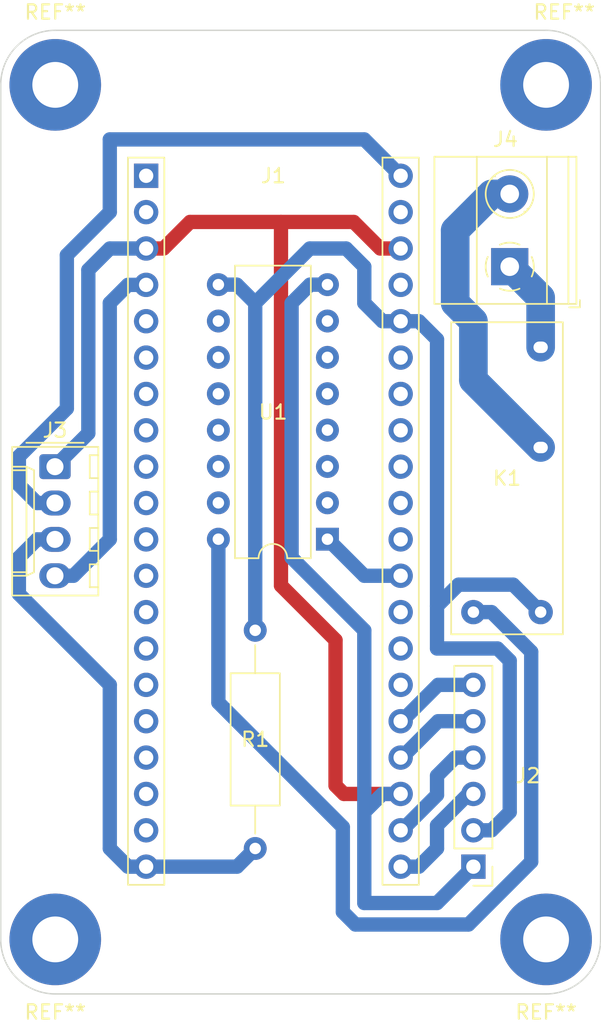
<source format=kicad_pcb>
(kicad_pcb (version 20211014) (generator pcbnew)
  (layers (0 "F.Cu" jumper) (31 "B.Cu" mixed) (37 "F.SilkS" user "F.Silkscreen") (44 "Edge.Cuts" user))
  (net 0 "")
  (net 3 "GND")
  (net 4 "/PWM")
  (net 19 "/TACH")
  (net 20 "/SDO")
  (net 21 "/CSB")
  (net 22 "/SCL")
  (net 23 "/SDA")
  (net 27 "/HEATER_EN")
  (net 34 "+3V3")
  (net 36 "VBUS")
  (net 38 "Net-(K1-Pad3)")
  (net 39 "Net-(K1-Pad1)")
  (net 53 "Net-(K1-Pad4)")
  (footprint "MountingHole:MountingHole_3.2mm_M3_Pad" (layer "F.Cu") (at 4.55 64.085923)
    (fp_text reference "REF**" (at 0 5.08) (layer "F.SilkS"))
    (fp_text value "MountingHole_3.2mm_M3_Pad")
    (pad "1" thru_hole circle (at 0 0) (size 6.4 6.4) (drill 3.2) (layers *.Cu *.Mask))
  )
  (footprint "RPi-Pico-Socket:RPi-Pico-Socket" (layer "F.Cu") (at 10.9 10.745923)
    (fp_text reference "J1" (at 8.89 0 unlocked) (layer "F.SilkS"))
    (fp_text value "RPi-Pico-Socket")
    (fp_rect (start 16.51 -1.27) (end 19.05 49.53) (layer "F.SilkS") (width 0.12) (fill none))
    (fp_rect (start -1.27 -1.27) (end 1.27 49.53) (layer "F.SilkS") (width 0.12) (fill none))
    (pad "1" thru_hole rect (at 0 0) (size 1.7 1.7) (drill 1) (layers *.Mask "F.Cu" "In1.Cu" "B.Cu"))
    (pad "2" thru_hole oval (at 0 2.54) (size 1.7 1.7) (drill 1) (layers *.Cu *.Mask))
    (pad "3" thru_hole oval (at 0 5.08) (size 1.7 1.7) (drill 1) (layers *.Mask "F.Cu" "In1.Cu" "B.Cu") (net 3 "GND"))
    (pad "4" thru_hole oval (at 0 7.62) (size 1.7 1.7) (drill 1) (layers *.Mask "F.Cu" "In1.Cu" "B.Cu") (net 4 "/PWM"))
    (pad "5" thru_hole oval (at 0 10.16) (size 1.7 1.7) (drill 1) (layers *.Mask "F.Cu" "In1.Cu" "B.Cu"))
    (pad "6" thru_hole oval (at 0 12.7) (size 1.7 1.7) (drill 1) (layers *.Mask "F.Cu" "In1.Cu" "B.Cu"))
    (pad "7" thru_hole oval (at 0 15.24) (size 1.7 1.7) (drill 1) (layers *.Mask "F.Cu" "In1.Cu" "B.Cu"))
    (pad "8" thru_hole oval (at 0 17.78) (size 1.7 1.7) (drill 1) (layers *.Mask "F.Cu" "In1.Cu" "B.Cu"))
    (pad "9" thru_hole oval (at 0 20.32) (size 1.7 1.7) (drill 1) (layers *.Mask "F.Cu" "In1.Cu" "B.Cu"))
    (pad "10" thru_hole oval (at 0 22.86) (size 1.7 1.7) (drill 1) (layers *.Mask "F.Cu" "In1.Cu" "B.Cu"))
    (pad "11" thru_hole oval (at 0 25.4) (size 1.7 1.7) (drill 1) (layers *.Mask "F.Cu" "In1.Cu" "B.Cu"))
    (pad "12" thru_hole oval (at 0 27.94) (size 1.7 1.7) (drill 1) (layers *.Mask "F.Cu" "In1.Cu" "B.Cu"))
    (pad "13" thru_hole oval (at 0 30.48) (size 1.7 1.7) (drill 1) (layers *.Mask "F.Cu" "In1.Cu" "B.Cu"))
    (pad "14" thru_hole oval (at 0 33.02) (size 1.7 1.7) (drill 1) (layers *.Mask "F.Cu" "In1.Cu" "B.Cu"))
    (pad "15" thru_hole oval (at 0 35.56) (size 1.7 1.7) (drill 1) (layers *.Mask "F.Cu" "In1.Cu" "B.Cu"))
    (pad "16" thru_hole oval (at 0 38.1) (size 1.7 1.7) (drill 1) (layers *.Mask "F.Cu" "In1.Cu" "B.Cu"))
    (pad "17" thru_hole oval (at 0 40.64) (size 1.7 1.7) (drill 1) (layers *.Mask "F.Cu" "In1.Cu" "B.Cu"))
    (pad "18" thru_hole oval (at 0 43.18) (size 1.7 1.7) (drill 1) (layers *.Mask "F.Cu" "In1.Cu" "B.Cu"))
    (pad "19" thru_hole oval (at 0 45.72) (size 1.7 1.7) (drill 1) (layers *.Mask "F.Cu" "In1.Cu" "B.Cu"))
    (pad "20" thru_hole oval (at 0 48.26) (size 1.7 1.7) (drill 1) (layers *.Mask "F.Cu" "In1.Cu" "B.Cu") (net 19 "/TACH"))
    (pad "21" thru_hole oval (at 17.78 48.26) (size 1.7 1.7) (drill 1) (layers *.Cu *.Mask) (net 20 "/SDO"))
    (pad "22" thru_hole oval (at 17.78 45.72) (size 1.7 1.7) (drill 1) (layers *.Cu *.Mask) (net 21 "/CSB"))
    (pad "23" thru_hole oval (at 17.78 43.18) (size 1.7 1.7) (drill 1) (layers *.Cu *.Mask) (net 3 "GND"))
    (pad "24" thru_hole oval (at 17.78 40.64) (size 1.7 1.7) (drill 1) (layers *.Cu *.Mask) (net 22 "/SCL"))
    (pad "25" thru_hole oval (at 17.78 38.1) (size 1.7 1.7) (drill 1) (layers *.Cu *.Mask) (net 23 "/SDA"))
    (pad "26" thru_hole oval (at 17.78 35.56) (size 1.7 1.7) (drill 1) (layers *.Cu *.Mask))
    (pad "27" thru_hole oval (at 17.78 33.02) (size 1.7 1.7) (drill 1) (layers *.Cu *.Mask))
    (pad "28" thru_hole oval (at 17.78 30.48) (size 1.7 1.7) (drill 1) (layers *.Cu *.Mask))
    (pad "29" thru_hole oval (at 17.78 27.94) (size 1.7 1.7) (drill 1) (layers *.Cu *.Mask) (net 27 "/HEATER_EN"))
    (pad "30" thru_hole oval (at 17.78 25.4) (size 1.7 1.7) (drill 1) (layers *.Cu *.Mask))
    (pad "31" thru_hole oval (at 17.78 22.86) (size 1.7 1.7) (drill 1) (layers *.Cu *.Mask))
    (pad "32" thru_hole oval (at 17.78 20.32) (size 1.7 1.7) (drill 1) (layers *.Cu *.Mask))
    (pad "33" thru_hole oval (at 17.78 17.78) (size 1.7 1.7) (drill 1) (layers *.Cu *.Mask))
    (pad "34" thru_hole oval (at 17.78 15.24) (size 1.7 1.7) (drill 1) (layers *.Cu *.Mask))
    (pad "35" thru_hole oval (at 17.78 12.7) (size 1.7 1.7) (drill 1) (layers *.Cu *.Mask))
    (pad "36" thru_hole oval (at 17.78 10.16) (size 1.7 1.7) (drill 1) (layers *.Cu *.Mask) (net 34 "+3V3"))
    (pad "37" thru_hole oval (at 17.78 7.62) (size 1.7 1.7) (drill 1) (layers *.Cu *.Mask))
    (pad "38" thru_hole oval (at 17.78 5.08) (size 1.7 1.7) (drill 1) (layers *.Cu *.Mask) (net 3 "GND"))
    (pad "39" thru_hole oval (at 17.78 2.54) (size 1.7 1.7) (drill 1) (layers *.Cu *.Mask))
    (pad "40" thru_hole circle (at 17.78 0) (size 1.7 1.7) (drill 1) (layers *.Cu *.Mask) (net 36 "VBUS"))
  )
  (footprint "Hongfa-HF46F:HF46F" (layer "F.Cu") (at 33.76 41.225923 90)
    (fp_text reference "K1" (at 9.35 2.35 unlocked) (layer "F.SilkS"))
    (fp_text value "HF46F_5-HS1")
    (fp_line (start -1.55 -1.55) (end 20.25 -1.55) (layer "F.SilkS") (width 0.12))
    (fp_line (start -1.55 6.25) (end 20.25 6.25) (layer "F.SilkS") (width 0.12))
    (fp_line (start 20.25 -1.55) (end 20.25 6.25) (layer "F.SilkS") (width 0.12))
    (fp_line (start -1.55 -1.55) (end -1.55 6.25) (layer "F.SilkS") (width 0.12))
    (pad "1" thru_hole circle (at 0 0 90) (size 1.7 1.7) (drill 0.8) (layers *.Cu *.Mask) (net 39 "Net-(K1-Pad1)"))
    (pad "2" thru_hole circle (at 0 4.7 90) (size 1.7 1.7) (drill 0.8) (layers *.Cu *.Mask) (net 34 "+3V3"))
    (pad "3" thru_hole circle (at 11.5 4.7 90) (size 1.8 1.8) (drill oval 0.8 1) (layers *.Cu *.Mask) (net 38 "Net-(K1-Pad3)"))
    (pad "4" thru_hole circle (at 18.5 4.7 90) (size 1.8 1.8) (drill oval 0.8 1) (layers *.Cu *.Mask) (net 53 "Net-(K1-Pad4)"))
  )
  (footprint "MountingHole:MountingHole_3.2mm_M3_Pad" (layer "F.Cu") (at 4.55 4.395923)
    (fp_text reference "REF**" (at 0 -5.08) (layer "F.SilkS"))
    (fp_text value "MountingHole_3.2mm_M3_Pad")
    (pad "1" thru_hole circle (at 0 0) (size 6.4 6.4) (drill 3.2) (layers *.Cu *.Mask))
  )
  (footprint "TerminalBlock_Phoenix:TerminalBlock_Phoenix_MKDS-1,5-2-5.08_1x02_P5.08mm_Horizontal" (layer "F.Cu") (at 36.300014 17.096021 90)
    (fp_text reference "J4" (at 8.890098 -0.3005 180) (layer "F.SilkS"))
    (fp_text value "Heater-Switch")
    (fp_line (start -2.6 -5.261) (end -2.6 4.66) (layer "F.SilkS") (width 0.12))
    (fp_line (start -2.6 4.66) (end 7.68 4.66) (layer "F.SilkS") (width 0.12))
    (fp_line (start -2.6 -2.301) (end 7.68 -2.301) (layer "F.SilkS") (width 0.12))
    (fp_line (start -2.6 -5.261) (end 7.68 -5.261) (layer "F.SilkS") (width 0.12))
    (fp_line (start -2.84 4.16) (end -2.84 4.9) (layer "F.SilkS") (width 0.12))
    (fp_line (start 4.046 1.239) (end 4.011 1.274) (layer "F.SilkS") (width 0.12))
    (fp_line (start 3.853 1.023) (end 3.806 1.069) (layer "F.SilkS") (width 0.12))
    (fp_line (start 6.15 -1.275) (end 6.115 -1.239) (layer "F.SilkS") (width 0.12))
    (fp_line (start -2.6 2.6) (end 7.68 2.6) (layer "F.SilkS") (width 0.12))
    (fp_line (start -2.84 4.9) (end -2.34 4.9) (layer "F.SilkS") (width 0.12))
    (fp_line (start -2.6 4.1) (end 7.68 4.1) (layer "F.SilkS") (width 0.12))
    (fp_line (start 6.355 -1.069) (end 6.308 -1.023) (layer "F.SilkS") (width 0.12))
    (fp_line (start 7.68 -5.261) (end 7.68 4.66) (layer "F.SilkS") (width 0.12))
    (fp_arc (start 1.535427 -0.683042) (mid 1.680501 0.000524) (end 1.535 0.684) (layer "F.SilkS") (width 0.12))
    (fp_arc (start 0.028805 1.680253) (mid -0.335551 1.646659) (end -0.684 1.535) (layer "F.SilkS") (width 0.12))
    (fp_arc (start -0.683042 -1.535427) (mid 0.000524 -1.680501) (end 0.684 -1.535) (layer "F.SilkS") (width 0.12))
    (fp_arc (start -1.535427 0.683042) (mid -1.680501 -0.000524) (end -1.535 -0.684) (layer "F.SilkS") (width 0.12))
    (fp_arc (start 0.683318 1.534756) (mid 0.349292 1.643288) (end 0 1.68) (layer "F.SilkS") (width 0.12))
    (fp_circle (center 5.08 0) (end 6.76 0) (layer "F.SilkS") (width 0.12) (fill none))
    (pad "1" thru_hole rect (at 0 0 90) (size 2.6 2.6) (drill 1.3) (layers *.Cu *.Mask) (net 53 "Net-(K1-Pad4)"))
    (pad "2" thru_hole circle (at 5.08 0 90) (size 2.6 2.6) (drill 1.3) (layers *.Cu *.Mask) (net 38 "Net-(K1-Pad3)"))
  )
  (footprint "Connector_Molex:Molex_KK-254_AE-6410-04A_1x04_P2.54mm_Vertical" (layer "F.Cu") (at 4.53 31.065923 -90)
    (fp_text reference "J3" (at -2.54 0 180) (layer "F.SilkS"))
    (fp_text value "PWM Fan Conn")
    (fp_line (start -0.8 -3.03) (end -0.8 -2.43) (layer "F.SilkS") (width 0.12))
    (fp_line (start 4.28 -2.43) (end 5.88 -2.43) (layer "F.SilkS") (width 0.12))
    (fp_line (start 0.8 -2.43) (end 0.8 -3.03) (layer "F.SilkS") (width 0.12))
    (fp_line (start -1.38 2.99) (end 9 2.99) (layer "F.SilkS") (width 0.12))
    (fp_line (start 9 2.99) (end 9 -3.03) (layer "F.SilkS") (width 0.12))
    (fp_line (start 7.37 1.46) (end 7.62 1.99) (layer "F.SilkS") (width 0.12))
    (fp_line (start 6.82 -2.43) (end 8.42 -2.43) (layer "F.SilkS") (width 0.12))
    (fp_line (start -0.8 -2.43) (end 0.8 -2.43) (layer "F.SilkS") (width 0.12))
    (fp_line (start 0.25 2.99) (end 0.25 1.99) (layer "F.SilkS") (width 0.12))
    (fp_line (start -1.38 -3.03) (end -1.38 2.99) (layer "F.SilkS") (width 0.12))
    (fp_line (start 7.37 2.99) (end 7.37 1.99) (layer "F.SilkS") (width 0.12))
    (fp_line (start 0 2.99) (end 0 1.99) (layer "F.SilkS") (width 0.12))
    (fp_line (start 1.74 -3.03) (end 1.74 -2.43) (layer "F.SilkS") (width 0.12))
    (fp_line (start 7.62 1.99) (end 7.62 2.99) (layer "F.SilkS") (width 0.12))
    (fp_line (start -1.67 -2) (end -1.67 2) (layer "F.SilkS") (width 0.12))
    (fp_line (start 1.74 -2.43) (end 3.34 -2.43) (layer "F.SilkS") (width 0.12))
    (fp_line (start 0 1.99) (end 0.25 1.46) (layer "F.SilkS") (width 0.12))
    (fp_line (start 0.25 1.46) (end 7.37 1.46) (layer "F.SilkS") (width 0.12))
    (fp_line (start 8.42 -2.43) (end 8.42 -3.03) (layer "F.SilkS") (width 0.12))
    (fp_line (start 0 1.99) (end 7.62 1.99) (layer "F.SilkS") (width 0.12))
    (fp_line (start 4.28 -3.03) (end 4.28 -2.43) (layer "F.SilkS") (width 0.12))
    (fp_line (start 9 -3.03) (end -1.38 -3.03) (layer "F.SilkS") (width 0.12))
    (fp_line (start 6.82 -3.03) (end 6.82 -2.43) (layer "F.SilkS") (width 0.12))
    (fp_line (start 5.88 -2.43) (end 5.88 -3.03) (layer "F.SilkS") (width 0.12))
    (fp_line (start 3.34 -2.43) (end 3.34 -3.03) (layer "F.SilkS") (width 0.12))
    (pad "1" thru_hole roundrect (at 0 0 270) (size 1.74 2.19) (drill 1.19) (layers *.Cu *.Mask) (roundrect_rratio 0.1436781609) (net 3 "GND"))
    (pad "2" thru_hole oval (at 2.54 0 270) (size 1.74 2.19) (drill 1.19) (layers *.Cu *.Mask) (net 36 "VBUS"))
    (pad "3" thru_hole oval (at 5.08 0 270) (size 1.74 2.19) (drill 1.19) (layers *.Cu *.Mask) (net 19 "/TACH"))
    (pad "4" thru_hole oval (at 7.62 0 270) (size 1.74 2.19) (drill 1.19) (layers *.Cu *.Mask) (net 4 "/PWM"))
  )
  (footprint "Connector_PinHeader_2.54mm:PinHeader_1x06_P2.54mm_Vertical" (layer "F.Cu") (at 33.76 59.005923 180)
    (fp_text reference "J2" (at -3.81 6.35) (layer "F.SilkS"))
    (fp_text value "BME280 Conn")
    (fp_line (start -1.33 1.27) (end -1.33 14.03) (layer "F.SilkS") (width 0.12))
    (fp_line (start 1.33 1.27) (end 1.33 14.03) (layer "F.SilkS") (width 0.12))
    (fp_line (start -1.33 -1.33) (end 0 -1.33) (layer "F.SilkS") (width 0.12))
    (fp_line (start -1.33 14.03) (end 1.33 14.03) (layer "F.SilkS") (width 0.12))
    (fp_line (start -1.33 1.27) (end 1.33 1.27) (layer "F.SilkS") (width 0.12))
    (fp_line (start -1.33 0) (end -1.33 -1.33) (layer "F.SilkS") (width 0.12))
    (pad "1" thru_hole rect (at 0 0 180) (size 1.7 1.7) (drill 1) (layers *.Cu *.Mask) (net 3 "GND"))
    (pad "2" thru_hole oval (at 0 2.54 180) (size 1.7 1.7) (drill 1) (layers *.Cu *.Mask) (net 34 "+3V3"))
    (pad "3" thru_hole oval (at 0 5.08 180) (size 1.7 1.7) (drill 1) (layers *.Cu *.Mask) (net 20 "/SDO"))
    (pad "4" thru_hole oval (at 0 7.62 180) (size 1.7 1.7) (drill 1) (layers *.Cu *.Mask) (net 21 "/CSB"))
    (pad "5" thru_hole oval (at 0 10.16 180) (size 1.7 1.7) (drill 1) (layers *.Cu *.Mask) (net 22 "/SCL"))
    (pad "6" thru_hole oval (at 0 12.7 180) (size 1.7 1.7) (drill 1) (layers *.Cu *.Mask) (net 23 "/SDA"))
  )
  (footprint "MountingHole:MountingHole_3.2mm_M3_Pad" (layer "F.Cu") (at 38.84 4.395923)
    (fp_text reference "REF**" (at 1.27 -5.08) (layer "F.SilkS"))
    (fp_text value "MountingHole_3.2mm_M3_Pad")
    (pad "1" thru_hole circle (at 0 0) (size 6.4 6.4) (drill 3.2) (layers *.Cu *.Mask))
  )
  (footprint "Package_DIP:DIP-16_W7.62mm" (layer "F.Cu") (at 23.565 36.130923 180)
    (fp_text reference "U1" (at 3.8 8.875) (layer "F.SilkS"))
    (fp_text value "ULN2003")
    (fp_line (start 6.46 19.11) (end 6.46 -1.33) (layer "F.SilkS") (width 0.12))
    (fp_line (start 2.81 -1.33) (end 1.16 -1.33) (layer "F.SilkS") (width 0.12))
    (fp_line (start 6.46 -1.33) (end 4.81 -1.33) (layer "F.SilkS") (width 0.12))
    (fp_line (start 1.16 19.11) (end 6.46 19.11) (layer "F.SilkS") (width 0.12))
    (fp_line (start 1.16 -1.33) (end 1.16 19.11) (layer "F.SilkS") (width 0.12))
    (fp_arc (start 4.81 -1.33) (mid 3.81 -0.33) (end 2.81 -1.33) (layer "F.SilkS") (width 0.12))
    (pad "1" thru_hole rect (at 0 0 180) (size 1.6 1.6) (drill 0.8) (layers *.Cu *.Mask) (net 27 "/HEATER_EN"))
    (pad "2" thru_hole oval (at 0 2.54 180) (size 1.6 1.6) (drill 0.8) (layers *.Cu *.Mask))
    (pad "3" thru_hole oval (at 0 5.08 180) (size 1.6 1.6) (drill 0.8) (layers *.Cu *.Mask))
    (pad "4" thru_hole oval (at 0 7.62 180) (size 1.6 1.6) (drill 0.8) (layers *.Cu *.Mask))
    (pad "5" thru_hole oval (at 0 10.16 180) (size 1.6 1.6) (drill 0.8) (layers *.Cu *.Mask))
    (pad "6" thru_hole oval (at 0 12.7 180) (size 1.6 1.6) (drill 0.8) (layers *.Cu *.Mask))
    (pad "7" thru_hole oval (at 0 15.24 180) (size 1.6 1.6) (drill 0.8) (layers *.Cu *.Mask))
    (pad "8" thru_hole oval (at 0 17.78 180) (size 1.6 1.6) (drill 0.8) (layers *.Cu *.Mask) (net 3 "GND"))
    (pad "9" thru_hole oval (at 7.62 17.78 180) (size 1.6 1.6) (drill 0.8) (layers *.Cu *.Mask) (net 34 "+3V3"))
    (pad "10" thru_hole oval (at 7.62 15.24 180) (size 1.6 1.6) (drill 0.8) (layers *.Cu *.Mask))
    (pad "11" thru_hole oval (at 7.62 12.7 180) (size 1.6 1.6) (drill 0.8) (layers *.Cu *.Mask))
    (pad "12" thru_hole oval (at 7.62 10.16 180) (size 1.6 1.6) (drill 0.8) (layers *.Cu *.Mask))
    (pad "13" thru_hole oval (at 7.62 7.62 180) (size 1.6 1.6) (drill 0.8) (layers *.Cu *.Mask))
    (pad "14" thru_hole oval (at 7.62 5.08 180) (size 1.6 1.6) (drill 0.8) (layers *.Cu *.Mask))
    (pad "15" thru_hole oval (at 7.62 2.54 180) (size 1.6 1.6) (drill 0.8) (layers *.Cu *.Mask))
    (pad "16" thru_hole oval (at 7.62 0 180) (size 1.6 1.6) (drill 0.8) (layers *.Cu *.Mask) (net 39 "Net-(K1-Pad1)"))
  )
  (footprint "MountingHole:MountingHole_3.2mm_M3_Pad" (layer "F.Cu") (at 38.84 64.085923)
    (fp_text reference "REF**" (at 0 5.08) (layer "F.SilkS"))
    (fp_text value "MountingHole_3.2mm_M3_Pad")
    (pad "1" thru_hole circle (at 0 0) (size 6.4 6.4) (drill 3.2) (layers *.Cu *.Mask))
  )
  (footprint "Resistor_THT:R_Axial_DIN0309_L9.0mm_D3.2mm_P15.24mm_Horizontal" (layer "F.Cu") (at 18.52 57.735923 90)
    (fp_text reference "R1" (at 7.62 0 180) (layer "F.SilkS"))
    (fp_text value "2.2k")
    (fp_line (start 12.24 1.72) (end 12.24 -1.72) (layer "F.SilkS") (width 0.12))
    (fp_line (start 14.2 0) (end 12.24 0) (layer "F.SilkS") (width 0.12))
    (fp_line (start 1.04 0) (end 3 0) (layer "F.SilkS") (width 0.12))
    (fp_line (start 3 1.72) (end 12.24 1.72) (layer "F.SilkS") (width 0.12))
    (fp_line (start 3 -1.72) (end 3 1.72) (layer "F.SilkS") (width 0.12))
    (fp_line (start 12.24 -1.72) (end 3 -1.72) (layer "F.SilkS") (width 0.12))
    (pad "1" thru_hole circle (at 0 0 90) (size 1.6 1.6) (drill 0.8) (layers *.Cu *.Mask) (net 19 "/TACH"))
    (pad "2" thru_hole oval (at 15.24 0 90) (size 1.6 1.6) (drill 0.8) (layers *.Cu *.Mask) (net 34 "+3V3"))
  )
  (gr_arc (start 38.84 0.585923) (mid 41.534077 1.701846) (end 42.65 4.395923) (layer "Edge.Cuts") (width 0.1))
  (gr_arc (start 0.74 4.395923) (mid 1.855923 1.701846) (end 4.55 0.585923) (layer "Edge.Cuts") (width 0.1))
  (gr_line (start 42.65 64.085923) (end 42.65 4.395923) (layer "Edge.Cuts") (width 0.1))
  (gr_line (start 0.74 4.395923) (end 0.74 64.085923) (layer "Edge.Cuts") (width 0.1))
  (gr_line (start 38.84 0.585923) (end 4.55 0.585923) (layer "Edge.Cuts") (width 0.1))
  (gr_arc (start 4.55 67.895923) (mid 1.855923 66.78) (end 0.74 64.085923) (layer "Edge.Cuts") (width 0.1))
  (gr_line (start 4.55 67.895923) (end 38.84 67.895923) (layer "Edge.Cuts") (width 0.1))
  (gr_arc (start 42.65 64.085923) (mid 41.534077 66.78) (end 38.84 67.895923) (layer "Edge.Cuts") (width 0.1))
  (segment (start 24.13 53.34) (end 24.715923 53.925923) (width 1) (layer "F.Cu") (net 3))
  (segment (start 20.32 39.37) (end 24.13 43.18) (width 1) (layer "F.Cu") (net 3))
  (segment (start 27.255923 15.825923) (end 25.4 13.97) (width 1) (layer "F.Cu") (net 3))
  (segment (start 24.715923 53.925923) (end 28.68 53.925923) (width 1) (layer "F.Cu") (net 3))
  (segment (start 13.97 13.97) (end 12.114077 15.825923) (width 1) (layer "F.Cu") (net 3))
  (segment (start 20.32 13.97) (end 13.97 13.97) (width 1) (layer "F.Cu") (net 3))
  (segment (start 25.4 13.97) (end 20.32 13.97) (width 1) (layer "F.Cu") (net 3))
  (segment (start 24.13 43.18) (end 24.13 53.34) (width 1) (layer "F.Cu") (net 3))
  (segment (start 28.68 15.825923) (end 27.255923 15.825923) (width 1) (layer "F.Cu") (net 3))
  (segment (start 20.32 13.97) (end 20.32 39.37) (width 1) (layer "F.Cu") (net 3))
  (segment (start 12.114077 15.825923) (end 10.9 15.825923) (width 1) (layer "F.Cu") (net 3))
  (segment (start 4.53 31.065923) (end 6.86 28.735923) (width 1) (layer "B.Cu") (net 3))
  (segment (start 22.345 18.350923) (end 21.06 19.635923) (width 1) (layer "B.Cu") (net 3))
  (segment (start 26.14 55.195923) (end 27.41 53.925923) (width 1) (layer "B.Cu") (net 3))
  (segment (start 6.86 17.325923) (end 8.36 15.825923) (width 1) (layer "B.Cu") (net 3))
  (segment (start 8.36 15.825923) (end 10.9 15.825923) (width 1) (layer "B.Cu") (net 3))
  (segment (start 26.14 42.495923) (end 26.14 55.195923) (width 1) (layer "B.Cu") (net 3))
  (segment (start 27.41 53.925923) (end 28.68 53.925923) (width 1) (layer "B.Cu") (net 3))
  (segment (start 26.14 61.545923) (end 26.14 55.195923) (width 1) (layer "B.Cu") (net 3))
  (segment (start 31.22 61.545923) (end 26.14 61.545923) (width 1) (layer "B.Cu") (net 3))
  (segment (start 21.06 37.415923) (end 26.14 42.495923) (width 1) (layer "B.Cu") (net 3))
  (segment (start 33.76 59.005923) (end 31.22 61.545923) (width 1) (layer "B.Cu") (net 3))
  (segment (start 23.565 18.350923) (end 22.345 18.350923) (width 1) (layer "B.Cu") (net 3))
  (segment (start 21.06 19.635923) (end 21.06 37.415923) (width 1) (layer "B.Cu") (net 3))
  (segment (start 6.86 28.735923) (end 6.86 17.325923) (width 1) (layer "B.Cu") (net 3))
  (segment (start 8.36 36.145923) (end 8.36 19.635923) (width 1) (layer "B.Cu") (net 4))
  (segment (start 9.63 18.365923) (end 10.9 18.365923) (width 1) (layer "B.Cu") (net 4))
  (segment (start 4.53 38.685923) (end 5.82 38.685923) (width 1) (layer "B.Cu") (net 4))
  (segment (start 5.82 38.685923) (end 8.36 36.145923) (width 1) (layer "B.Cu") (net 4))
  (segment (start 8.36 19.635923) (end 9.63 18.365923) (width 1) (layer "B.Cu") (net 4))
  (segment (start 9.63 59.005923) (end 8.36 57.735923) (width 1) (layer "B.Cu") (net 19))
  (segment (start 8.36 57.735923) (end 8.36 46.305923) (width 1) (layer "B.Cu") (net 19))
  (segment (start 3.28 36.145923) (end 4.53 36.145923) (width 1) (layer "B.Cu") (net 19))
  (segment (start 10.9 59.005923) (end 17.25 59.005923) (width 1) (layer "B.Cu") (net 19))
  (segment (start 17.25 59.005923) (end 18.52 57.735923) (width 1) (layer "B.Cu") (net 19))
  (segment (start 10.9 59.005923) (end 9.63 59.005923) (width 1) (layer "B.Cu") (net 19))
  (segment (start 2.01 39.955923) (end 2.01 37.415923) (width 1) (layer "B.Cu") (net 19))
  (segment (start 8.36 46.305923) (end 2.01 39.955923) (width 1) (layer "B.Cu") (net 19))
  (segment (start 2.01 37.415923) (end 3.28 36.145923) (width 1) (layer "B.Cu") (net 19))
  (segment (start 29.95 59.005923) (end 28.68 59.005923) (width 1) (layer "B.Cu") (net 20))
  (segment (start 33.417616 53.925923) (end 31.22 56.123539) (width 1) (layer "B.Cu") (net 20))
  (segment (start 33.76 53.925923) (end 33.417616 53.925923) (width 1) (layer "B.Cu") (net 20))
  (segment (start 31.22 57.735923) (end 29.95 59.005923) (width 1) (layer "B.Cu") (net 20))
  (segment (start 31.22 56.123539) (end 31.22 57.735923) (width 1) (layer "B.Cu") (net 20))
  (segment (start 31.22 54.002219) (end 31.22 52.655923) (width 1) (layer "B.Cu") (net 21))
  (segment (start 32.49 51.385923) (end 33.76 51.385923) (width 1) (layer "B.Cu") (net 21))
  (segment (start 28.68 56.465923) (end 28.756296 56.465923) (width 1) (layer "B.Cu") (net 21))
  (segment (start 31.22 52.655923) (end 32.49 51.385923) (width 1) (layer "B.Cu") (net 21))
  (segment (start 28.756296 56.465923) (end 31.22 54.002219) (width 1) (layer "B.Cu") (net 21))
  (segment (start 28.68 51.385923) (end 28.756296 51.385923) (width 1) (layer "B.Cu") (net 22))
  (segment (start 28.756296 51.385923) (end 31.296296 48.845923) (width 1) (layer "B.Cu") (net 22))
  (segment (start 31.296296 48.845923) (end 33.76 48.845923) (width 1) (layer "B.Cu") (net 22))
  (segment (start 28.68 48.845923) (end 28.756296 48.845923) (width 1) (layer "B.Cu") (net 23))
  (segment (start 31.296296 46.305923) (end 33.76 46.305923) (width 1) (layer "B.Cu") (net 23))
  (segment (start 28.756296 48.845923) (end 31.296296 46.305923) (width 1) (layer "B.Cu") (net 23))
  (segment (start 26.14 38.685923) (end 28.68 38.685923) (width 1) (layer "B.Cu") (net 27))
  (segment (start 23.585 36.130923) (end 26.14 38.685923) (width 1) (layer "B.Cu") (net 27))
  (segment (start 23.565 36.130923) (end 23.585 36.130923) (width 1) (layer "B.Cu") (net 27))
  (segment (start 31.22 43.765923) (end 31.22 40.807243) (width 1) (layer "B.Cu") (net 34))
  (segment (start 27.41 20.905923) (end 28.68 20.905923) (width 1) (layer "B.Cu") (net 34))
  (segment (start 18.52 42.495923) (end 18.52 19.635923) (width 1) (layer "B.Cu") (net 34))
  (segment (start 36.3 55.195923) (end 36.3 44.617243) (width 1) (layer "B.Cu") (net 34))
  (segment (start 31.22 40.807243) (end 32.72 39.307243) (width 1) (layer "B.Cu") (net 34))
  (segment (start 26.14 19.635923) (end 27.41 20.905923) (width 1) (layer "B.Cu") (net 34))
  (segment (start 36.54132 39.307243) (end 38.46 41.225923) (width 1) (layer "B.Cu") (net 34))
  (segment (start 31.22 22.175923) (end 31.22 40.807243) (width 1) (layer "B.Cu") (net 34))
  (segment (start 32.72 39.307243) (end 36.54132 39.307243) (width 1) (layer "B.Cu") (net 34))
  (segment (start 22.33 15.825923) (end 24.87 15.825923) (width 1) (layer "B.Cu") (net 34))
  (segment (start 15.945 18.350923) (end 17.235 18.350923) (width 1) (layer "B.Cu") (net 34))
  (segment (start 36.3 44.617243) (end 35.44868 43.765923) (width 1) (layer "B.Cu") (net 34))
  (segment (start 18.52 19.635923) (end 22.33 15.825923) (width 1) (layer "B.Cu") (net 34))
  (segment (start 35.03 56.465923) (end 36.3 55.195923) (width 1) (layer "B.Cu") (net 34))
  (segment (start 29.95 20.905923) (end 31.22 22.175923) (width 1) (layer "B.Cu") (net 34))
  (segment (start 28.68 20.905923) (end 29.95 20.905923) (width 1) (layer "B.Cu") (net 34))
  (segment (start 24.87 15.825923) (end 26.14 17.095923) (width 1) (layer "B.Cu") (net 34))
  (segment (start 17.235 18.350923) (end 18.52 19.635923) (width 1) (layer "B.Cu") (net 34))
  (segment (start 26.14 17.095923) (end 26.14 19.635923) (width 1) (layer "B.Cu") (net 34))
  (segment (start 35.44868 43.765923) (end 31.22 43.765923) (width 1) (layer "B.Cu") (net 34))
  (segment (start 33.76 56.465923) (end 35.03 56.465923) (width 1) (layer "B.Cu") (net 34))
  (segment (start 5.36 16.285923) (end 8.36 13.285923) (width 1) (layer "B.Cu") (net 36))
  (segment (start 8.36 8.205923) (end 26.14 8.205923) (width 1) (layer "B.Cu") (net 36))
  (segment (start 4.53 33.605923) (end 3.28 33.605923) (width 1) (layer "B.Cu") (net 36))
  (segment (start 8.36 13.285923) (end 8.36 8.205923) (width 1) (layer "B.Cu") (net 36))
  (segment (start 5.36 27.003156) (end 5.36 16.285923) (width 1) (layer "B.Cu") (net 36))
  (segment (start 2.01 30.353156) (end 5.36 27.003156) (width 1) (layer "B.Cu") (net 36))
  (segment (start 2.01 32.335923) (end 2.01 30.353156) (width 1) (layer "B.Cu") (net 36))
  (segment (start 3.28 33.605923) (end 2.01 32.335923) (width 1) (layer "B.Cu") (net 36))
  (segment (start 26.14 8.205923) (end 28.68 10.745923) (width 1) (layer "B.Cu") (net 36))
  (segment (start 33.76 20.905923) (end 32.49 19.635923) (width 2) (layer "B.Cu") (net 38))
  (segment (start 32.49 19.635923) (end 32.49 14.555923) (width 2) (layer "B.Cu") (net 38))
  (segment (start 35.03 12.015923) (end 36.299916 12.015923) (width 2) (layer "B.Cu") (net 38))
  (segment (start 33.76 25.025923) (end 33.76 20.905923) (width 2) (layer "B.Cu") (net 38))
  (segment (start 32.49 14.555923) (end 35.03 12.015923) (width 2) (layer "B.Cu") (net 38))
  (segment (start 36.299916 12.015923) (end 36.300014 12.016021) (width 1) (layer "B.Cu") (net 38))
  (segment (start 38.46 29.725923) (end 33.76 25.025923) (width 2) (layer "B.Cu") (net 38))
  (segment (start 15.945 47.540923) (end 24.64 56.235923) (width 1) (layer "B.Cu") (net 39))
  (segment (start 15.945 36.130923) (end 15.945 47.540923) (width 1) (layer "B.Cu") (net 39))
  (segment (start 37.8 58.665923) (end 37.8 43.995923) (width 1) (layer "B.Cu") (net 39))
  (segment (start 37.8 43.995923) (end 35.03 41.225923) (width 1) (layer "B.Cu") (net 39))
  (segment (start 33.42 63.045923) (end 37.8 58.665923) (width 1) (layer "B.Cu") (net 39))
  (segment (start 35.03 41.225923) (end 33.76 41.225923) (width 1) (layer "B.Cu") (net 39))
  (segment (start 24.64 56.235923) (end 24.64 62.167243) (width 1) (layer "B.Cu") (net 39))
  (segment (start 24.64 62.167243) (end 25.51868 63.045923) (width 1) (layer "B.Cu") (net 39))
  (segment (start 25.51868 63.045923) (end 33.42 63.045923) (width 1) (layer "B.Cu") (net 39))
  (segment (start 38.46 22.725923) (end 38.46 19.256007) (width 2) (layer "B.Cu") (net 53))
  (segment (start 38.46 19.256007) (end 36.300014 17.096021) (width 2) (layer "B.Cu") (net 53))
)
</source>
